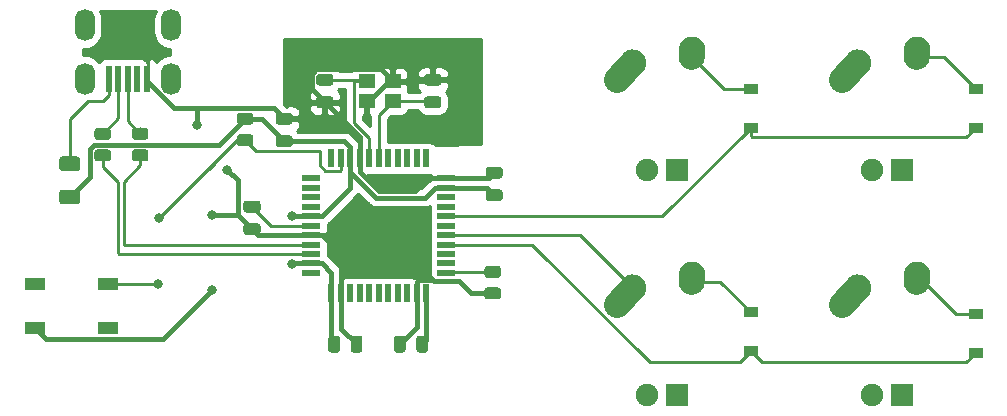
<source format=gbl>
%TF.GenerationSoftware,KiCad,Pcbnew,(5.1.8)-1*%
%TF.CreationDate,2020-12-11T14:55:26-05:00*%
%TF.ProjectId,kevins-pcb-numpad,6b657669-6e73-42d7-9063-622d6e756d70,rev?*%
%TF.SameCoordinates,Original*%
%TF.FileFunction,Copper,L2,Bot*%
%TF.FilePolarity,Positive*%
%FSLAX46Y46*%
G04 Gerber Fmt 4.6, Leading zero omitted, Abs format (unit mm)*
G04 Created by KiCad (PCBNEW (5.1.8)-1) date 2020-12-11 14:55:26*
%MOMM*%
%LPD*%
G01*
G04 APERTURE LIST*
%TA.AperFunction,SMDPad,CuDef*%
%ADD10R,1.800000X1.100000*%
%TD*%
%TA.AperFunction,SMDPad,CuDef*%
%ADD11R,1.400000X1.200000*%
%TD*%
%TA.AperFunction,ComponentPad*%
%ADD12O,1.700000X2.700000*%
%TD*%
%TA.AperFunction,SMDPad,CuDef*%
%ADD13R,0.500000X2.250000*%
%TD*%
%TA.AperFunction,SMDPad,CuDef*%
%ADD14R,0.550000X1.500000*%
%TD*%
%TA.AperFunction,SMDPad,CuDef*%
%ADD15R,1.500000X0.550000*%
%TD*%
%TA.AperFunction,ComponentPad*%
%ADD16R,1.905000X1.905000*%
%TD*%
%TA.AperFunction,ComponentPad*%
%ADD17C,1.905000*%
%TD*%
%TA.AperFunction,ComponentPad*%
%ADD18C,2.250000*%
%TD*%
%TA.AperFunction,SMDPad,CuDef*%
%ADD19R,1.200000X0.900000*%
%TD*%
%TA.AperFunction,ViaPad*%
%ADD20C,0.800000*%
%TD*%
%TA.AperFunction,Conductor*%
%ADD21C,0.381000*%
%TD*%
%TA.AperFunction,Conductor*%
%ADD22C,0.254000*%
%TD*%
%TA.AperFunction,Conductor*%
%ADD23C,0.100000*%
%TD*%
G04 APERTURE END LIST*
D10*
%TO.P,SW1,4*%
%TO.N,N/C*%
X41962000Y-107387000D03*
%TO.P,SW1,3*%
X35762000Y-103687000D03*
%TO.P,SW1,2*%
%TO.N,Net-(R3-Pad2)*%
X41962000Y-103687000D03*
%TO.P,SW1,1*%
%TO.N,GND*%
X35762000Y-107387000D03*
%TD*%
D11*
%TO.P,Y1,4*%
%TO.N,GND*%
X66071750Y-86487000D03*
%TO.P,Y1,3*%
%TO.N,Net-(C4-Pad1)*%
X63871750Y-86487000D03*
%TO.P,Y1,2*%
%TO.N,GND*%
X63871750Y-88187000D03*
%TO.P,Y1,1*%
%TO.N,Net-(C3-Pad1)*%
X66071750Y-88187000D03*
%TD*%
D12*
%TO.P,USB1,6*%
%TO.N,Net-(USB1-Pad6)*%
X40006250Y-81756250D03*
X47306250Y-81756250D03*
X47306250Y-86256250D03*
X40006250Y-86256250D03*
D13*
%TO.P,USB1,5*%
%TO.N,VCC*%
X42056250Y-86256250D03*
%TO.P,USB1,4*%
%TO.N,D-*%
X42856250Y-86256250D03*
%TO.P,USB1,3*%
%TO.N,D+*%
X43656250Y-86256250D03*
%TO.P,USB1,2*%
%TO.N,Net-(USB1-Pad2)*%
X44456250Y-86256250D03*
%TO.P,USB1,1*%
%TO.N,GND*%
X45256250Y-86256250D03*
%TD*%
D14*
%TO.P,U1,44*%
%TO.N,+5V*%
X60897000Y-104410750D03*
%TO.P,U1,43*%
%TO.N,GND*%
X61697000Y-104410750D03*
%TO.P,U1,42*%
%TO.N,Net-(U1-Pad42)*%
X62497000Y-104410750D03*
%TO.P,U1,41*%
%TO.N,Net-(U1-Pad41)*%
X63297000Y-104410750D03*
%TO.P,U1,40*%
%TO.N,Net-(U1-Pad40)*%
X64097000Y-104410750D03*
%TO.P,U1,39*%
%TO.N,Net-(U1-Pad39)*%
X64897000Y-104410750D03*
%TO.P,U1,38*%
%TO.N,Net-(U1-Pad38)*%
X65697000Y-104410750D03*
%TO.P,U1,37*%
%TO.N,Net-(U1-Pad37)*%
X66497000Y-104410750D03*
%TO.P,U1,36*%
%TO.N,Net-(U1-Pad36)*%
X67297000Y-104410750D03*
%TO.P,U1,35*%
%TO.N,GND*%
X68097000Y-104410750D03*
%TO.P,U1,34*%
%TO.N,+5V*%
X68897000Y-104410750D03*
D15*
%TO.P,U1,33*%
%TO.N,Net-(R4-Pad2)*%
X70597000Y-102710750D03*
%TO.P,U1,32*%
%TO.N,Net-(U1-Pad32)*%
X70597000Y-101910750D03*
%TO.P,U1,31*%
%TO.N,Net-(U1-Pad31)*%
X70597000Y-101110750D03*
%TO.P,U1,30*%
%TO.N,ROW1*%
X70597000Y-100310750D03*
%TO.P,U1,29*%
%TO.N,COL0*%
X70597000Y-99510750D03*
%TO.P,U1,28*%
%TO.N,COL1*%
X70597000Y-98710750D03*
%TO.P,U1,27*%
%TO.N,ROW0*%
X70597000Y-97910750D03*
%TO.P,U1,26*%
%TO.N,Net-(U1-Pad26)*%
X70597000Y-97110750D03*
%TO.P,U1,25*%
%TO.N,Net-(U1-Pad25)*%
X70597000Y-96310750D03*
%TO.P,U1,24*%
%TO.N,+5V*%
X70597000Y-95510750D03*
%TO.P,U1,23*%
%TO.N,GND*%
X70597000Y-94710750D03*
D14*
%TO.P,U1,22*%
%TO.N,Net-(U1-Pad22)*%
X68897000Y-93010750D03*
%TO.P,U1,21*%
%TO.N,Net-(U1-Pad21)*%
X68097000Y-93010750D03*
%TO.P,U1,20*%
%TO.N,Net-(U1-Pad20)*%
X67297000Y-93010750D03*
%TO.P,U1,19*%
%TO.N,Net-(U1-Pad19)*%
X66497000Y-93010750D03*
%TO.P,U1,18*%
%TO.N,Net-(U1-Pad18)*%
X65697000Y-93010750D03*
%TO.P,U1,17*%
%TO.N,Net-(C3-Pad1)*%
X64897000Y-93010750D03*
%TO.P,U1,16*%
%TO.N,Net-(C4-Pad1)*%
X64097000Y-93010750D03*
%TO.P,U1,15*%
%TO.N,GND*%
X63297000Y-93010750D03*
%TO.P,U1,14*%
%TO.N,+5V*%
X62497000Y-93010750D03*
%TO.P,U1,13*%
%TO.N,Net-(R3-Pad2)*%
X61697000Y-93010750D03*
%TO.P,U1,12*%
%TO.N,Net-(U1-Pad12)*%
X60897000Y-93010750D03*
D15*
%TO.P,U1,11*%
%TO.N,Net-(U1-Pad11)*%
X59197000Y-94710750D03*
%TO.P,U1,10*%
%TO.N,Net-(U1-Pad10)*%
X59197000Y-95510750D03*
%TO.P,U1,9*%
%TO.N,Net-(U1-Pad9)*%
X59197000Y-96310750D03*
%TO.P,U1,8*%
%TO.N,Net-(U1-Pad8)*%
X59197000Y-97110750D03*
%TO.P,U1,7*%
%TO.N,+5V*%
X59197000Y-97910750D03*
%TO.P,U1,6*%
%TO.N,Net-(C6-Pad1)*%
X59197000Y-98710750D03*
%TO.P,U1,5*%
%TO.N,GND*%
X59197000Y-99510750D03*
%TO.P,U1,4*%
%TO.N,Net-(R2-Pad1)*%
X59197000Y-100310750D03*
%TO.P,U1,3*%
%TO.N,Net-(R1-Pad1)*%
X59197000Y-101110750D03*
%TO.P,U1,2*%
%TO.N,+5V*%
X59197000Y-101910750D03*
%TO.P,U1,1*%
%TO.N,Net-(U1-Pad1)*%
X59197000Y-102710750D03*
%TD*%
%TO.P,R4,2*%
%TO.N,Net-(R4-Pad2)*%
%TA.AperFunction,SMDPad,CuDef*%
G36*
G01*
X74999001Y-103128500D02*
X74098999Y-103128500D01*
G75*
G02*
X73849000Y-102878501I0J249999D01*
G01*
X73849000Y-102353499D01*
G75*
G02*
X74098999Y-102103500I249999J0D01*
G01*
X74999001Y-102103500D01*
G75*
G02*
X75249000Y-102353499I0J-249999D01*
G01*
X75249000Y-102878501D01*
G75*
G02*
X74999001Y-103128500I-249999J0D01*
G01*
G37*
%TD.AperFunction*%
%TO.P,R4,1*%
%TO.N,GND*%
%TA.AperFunction,SMDPad,CuDef*%
G36*
G01*
X74999001Y-104953500D02*
X74098999Y-104953500D01*
G75*
G02*
X73849000Y-104703501I0J249999D01*
G01*
X73849000Y-104178499D01*
G75*
G02*
X74098999Y-103928500I249999J0D01*
G01*
X74999001Y-103928500D01*
G75*
G02*
X75249000Y-104178499I0J-249999D01*
G01*
X75249000Y-104703501D01*
G75*
G02*
X74999001Y-104953500I-249999J0D01*
G01*
G37*
%TD.AperFunction*%
%TD*%
%TO.P,R3,1*%
%TO.N,+5V*%
%TA.AperFunction,SMDPad,CuDef*%
G36*
G01*
X53143999Y-89149500D02*
X54044001Y-89149500D01*
G75*
G02*
X54294000Y-89399499I0J-249999D01*
G01*
X54294000Y-89924501D01*
G75*
G02*
X54044001Y-90174500I-249999J0D01*
G01*
X53143999Y-90174500D01*
G75*
G02*
X52894000Y-89924501I0J249999D01*
G01*
X52894000Y-89399499D01*
G75*
G02*
X53143999Y-89149500I249999J0D01*
G01*
G37*
%TD.AperFunction*%
%TO.P,R3,2*%
%TO.N,Net-(R3-Pad2)*%
%TA.AperFunction,SMDPad,CuDef*%
G36*
G01*
X53143999Y-90974500D02*
X54044001Y-90974500D01*
G75*
G02*
X54294000Y-91224499I0J-249999D01*
G01*
X54294000Y-91749501D01*
G75*
G02*
X54044001Y-91999500I-249999J0D01*
G01*
X53143999Y-91999500D01*
G75*
G02*
X52894000Y-91749501I0J249999D01*
G01*
X52894000Y-91224499D01*
G75*
G02*
X53143999Y-90974500I249999J0D01*
G01*
G37*
%TD.AperFunction*%
%TD*%
%TO.P,R2,2*%
%TO.N,D+*%
%TA.AperFunction,SMDPad,CuDef*%
G36*
G01*
X45154001Y-91444500D02*
X44253999Y-91444500D01*
G75*
G02*
X44004000Y-91194501I0J249999D01*
G01*
X44004000Y-90669499D01*
G75*
G02*
X44253999Y-90419500I249999J0D01*
G01*
X45154001Y-90419500D01*
G75*
G02*
X45404000Y-90669499I0J-249999D01*
G01*
X45404000Y-91194501D01*
G75*
G02*
X45154001Y-91444500I-249999J0D01*
G01*
G37*
%TD.AperFunction*%
%TO.P,R2,1*%
%TO.N,Net-(R2-Pad1)*%
%TA.AperFunction,SMDPad,CuDef*%
G36*
G01*
X45154001Y-93269500D02*
X44253999Y-93269500D01*
G75*
G02*
X44004000Y-93019501I0J249999D01*
G01*
X44004000Y-92494499D01*
G75*
G02*
X44253999Y-92244500I249999J0D01*
G01*
X45154001Y-92244500D01*
G75*
G02*
X45404000Y-92494499I0J-249999D01*
G01*
X45404000Y-93019501D01*
G75*
G02*
X45154001Y-93269500I-249999J0D01*
G01*
G37*
%TD.AperFunction*%
%TD*%
%TO.P,R1,2*%
%TO.N,D-*%
%TA.AperFunction,SMDPad,CuDef*%
G36*
G01*
X41979001Y-91444500D02*
X41078999Y-91444500D01*
G75*
G02*
X40829000Y-91194501I0J249999D01*
G01*
X40829000Y-90669499D01*
G75*
G02*
X41078999Y-90419500I249999J0D01*
G01*
X41979001Y-90419500D01*
G75*
G02*
X42229000Y-90669499I0J-249999D01*
G01*
X42229000Y-91194501D01*
G75*
G02*
X41979001Y-91444500I-249999J0D01*
G01*
G37*
%TD.AperFunction*%
%TO.P,R1,1*%
%TO.N,Net-(R1-Pad1)*%
%TA.AperFunction,SMDPad,CuDef*%
G36*
G01*
X41979001Y-93269500D02*
X41078999Y-93269500D01*
G75*
G02*
X40829000Y-93019501I0J249999D01*
G01*
X40829000Y-92494499D01*
G75*
G02*
X41078999Y-92244500I249999J0D01*
G01*
X41979001Y-92244500D01*
G75*
G02*
X42229000Y-92494499I0J-249999D01*
G01*
X42229000Y-93019501D01*
G75*
G02*
X41979001Y-93269500I-249999J0D01*
G01*
G37*
%TD.AperFunction*%
%TD*%
D16*
%TO.P,MX4,4*%
%TO.N,N/C*%
X109220000Y-113030000D03*
D17*
%TO.P,MX4,3*%
X106680000Y-113030000D03*
D18*
%TO.P,MX4,1*%
%TO.N,COL1*%
X105450000Y-103950000D03*
%TA.AperFunction,ComponentPad*%
G36*
G01*
X103388688Y-106247350D02*
X103388683Y-106247345D01*
G75*
G02*
X103302655Y-104658683I751317J837345D01*
G01*
X104612657Y-103198683D01*
G75*
G02*
X106201319Y-103112655I837345J-751317D01*
G01*
X106201319Y-103112655D01*
G75*
G02*
X106287347Y-104701317I-751317J-837345D01*
G01*
X104977345Y-106161317D01*
G75*
G02*
X103388683Y-106247345I-837345J751317D01*
G01*
G37*
%TD.AperFunction*%
%TO.P,MX4,2*%
%TO.N,Net-(D4-Pad2)*%
X110490000Y-102870000D03*
%TA.AperFunction,ComponentPad*%
G36*
G01*
X110373483Y-104572395D02*
X110372597Y-104572334D01*
G75*
G02*
X109327666Y-103372597I77403J1122334D01*
G01*
X109367666Y-102792597D01*
G75*
G02*
X110567403Y-101747666I1122334J-77403D01*
G01*
X110567403Y-101747666D01*
G75*
G02*
X111612334Y-102947403I-77403J-1122334D01*
G01*
X111572334Y-103527403D01*
G75*
G02*
X110372597Y-104572334I-1122334J77403D01*
G01*
G37*
%TD.AperFunction*%
%TD*%
%TO.P,MX3,2*%
%TO.N,Net-(D3-Pad2)*%
%TA.AperFunction,ComponentPad*%
G36*
G01*
X110373483Y-85522395D02*
X110372597Y-85522334D01*
G75*
G02*
X109327666Y-84322597I77403J1122334D01*
G01*
X109367666Y-83742597D01*
G75*
G02*
X110567403Y-82697666I1122334J-77403D01*
G01*
X110567403Y-82697666D01*
G75*
G02*
X111612334Y-83897403I-77403J-1122334D01*
G01*
X111572334Y-84477403D01*
G75*
G02*
X110372597Y-85522334I-1122334J77403D01*
G01*
G37*
%TD.AperFunction*%
X110490000Y-83820000D03*
%TO.P,MX3,1*%
%TO.N,COL1*%
%TA.AperFunction,ComponentPad*%
G36*
G01*
X103388688Y-87197350D02*
X103388683Y-87197345D01*
G75*
G02*
X103302655Y-85608683I751317J837345D01*
G01*
X104612657Y-84148683D01*
G75*
G02*
X106201319Y-84062655I837345J-751317D01*
G01*
X106201319Y-84062655D01*
G75*
G02*
X106287347Y-85651317I-751317J-837345D01*
G01*
X104977345Y-87111317D01*
G75*
G02*
X103388683Y-87197345I-837345J751317D01*
G01*
G37*
%TD.AperFunction*%
X105450000Y-84900000D03*
D17*
%TO.P,MX3,3*%
%TO.N,N/C*%
X106680000Y-93980000D03*
D16*
%TO.P,MX3,4*%
X109220000Y-93980000D03*
%TD*%
%TO.P,MX2,4*%
%TO.N,N/C*%
X90170000Y-113030000D03*
D17*
%TO.P,MX2,3*%
X87630000Y-113030000D03*
D18*
%TO.P,MX2,1*%
%TO.N,COL0*%
X86400000Y-103950000D03*
%TA.AperFunction,ComponentPad*%
G36*
G01*
X84338688Y-106247350D02*
X84338683Y-106247345D01*
G75*
G02*
X84252655Y-104658683I751317J837345D01*
G01*
X85562657Y-103198683D01*
G75*
G02*
X87151319Y-103112655I837345J-751317D01*
G01*
X87151319Y-103112655D01*
G75*
G02*
X87237347Y-104701317I-751317J-837345D01*
G01*
X85927345Y-106161317D01*
G75*
G02*
X84338683Y-106247345I-837345J751317D01*
G01*
G37*
%TD.AperFunction*%
%TO.P,MX2,2*%
%TO.N,Net-(D2-Pad2)*%
X91440000Y-102870000D03*
%TA.AperFunction,ComponentPad*%
G36*
G01*
X91323483Y-104572395D02*
X91322597Y-104572334D01*
G75*
G02*
X90277666Y-103372597I77403J1122334D01*
G01*
X90317666Y-102792597D01*
G75*
G02*
X91517403Y-101747666I1122334J-77403D01*
G01*
X91517403Y-101747666D01*
G75*
G02*
X92562334Y-102947403I-77403J-1122334D01*
G01*
X92522334Y-103527403D01*
G75*
G02*
X91322597Y-104572334I-1122334J77403D01*
G01*
G37*
%TD.AperFunction*%
%TD*%
D16*
%TO.P,MX1,4*%
%TO.N,N/C*%
X90170000Y-93980000D03*
D17*
%TO.P,MX1,3*%
X87630000Y-93980000D03*
D18*
%TO.P,MX1,1*%
%TO.N,COL0*%
X86400000Y-84900000D03*
%TA.AperFunction,ComponentPad*%
G36*
G01*
X84338688Y-87197350D02*
X84338683Y-87197345D01*
G75*
G02*
X84252655Y-85608683I751317J837345D01*
G01*
X85562657Y-84148683D01*
G75*
G02*
X87151319Y-84062655I837345J-751317D01*
G01*
X87151319Y-84062655D01*
G75*
G02*
X87237347Y-85651317I-751317J-837345D01*
G01*
X85927345Y-87111317D01*
G75*
G02*
X84338683Y-87197345I-837345J751317D01*
G01*
G37*
%TD.AperFunction*%
%TO.P,MX1,2*%
%TO.N,Net-(D1-Pad2)*%
X91440000Y-83820000D03*
%TA.AperFunction,ComponentPad*%
G36*
G01*
X91323483Y-85522395D02*
X91322597Y-85522334D01*
G75*
G02*
X90277666Y-84322597I77403J1122334D01*
G01*
X90317666Y-83742597D01*
G75*
G02*
X91517403Y-82697666I1122334J-77403D01*
G01*
X91517403Y-82697666D01*
G75*
G02*
X92562334Y-83897403I-77403J-1122334D01*
G01*
X92522334Y-84477403D01*
G75*
G02*
X91322597Y-85522334I-1122334J77403D01*
G01*
G37*
%TD.AperFunction*%
%TD*%
%TO.P,F1,2*%
%TO.N,VCC*%
%TA.AperFunction,SMDPad,CuDef*%
G36*
G01*
X39360000Y-94097000D02*
X38110000Y-94097000D01*
G75*
G02*
X37860000Y-93847000I0J250000D01*
G01*
X37860000Y-93097000D01*
G75*
G02*
X38110000Y-92847000I250000J0D01*
G01*
X39360000Y-92847000D01*
G75*
G02*
X39610000Y-93097000I0J-250000D01*
G01*
X39610000Y-93847000D01*
G75*
G02*
X39360000Y-94097000I-250000J0D01*
G01*
G37*
%TD.AperFunction*%
%TO.P,F1,1*%
%TO.N,+5V*%
%TA.AperFunction,SMDPad,CuDef*%
G36*
G01*
X39360000Y-96897000D02*
X38110000Y-96897000D01*
G75*
G02*
X37860000Y-96647000I0J250000D01*
G01*
X37860000Y-95897000D01*
G75*
G02*
X38110000Y-95647000I250000J0D01*
G01*
X39360000Y-95647000D01*
G75*
G02*
X39610000Y-95897000I0J-250000D01*
G01*
X39610000Y-96647000D01*
G75*
G02*
X39360000Y-96897000I-250000J0D01*
G01*
G37*
%TD.AperFunction*%
%TD*%
D19*
%TO.P,D4,2*%
%TO.N,Net-(D4-Pad2)*%
X115443000Y-106172000D03*
%TO.P,D4,1*%
%TO.N,ROW1*%
X115443000Y-109472000D03*
%TD*%
%TO.P,D3,2*%
%TO.N,Net-(D3-Pad2)*%
X115443000Y-87122000D03*
%TO.P,D3,1*%
%TO.N,ROW0*%
X115443000Y-90422000D03*
%TD*%
%TO.P,D2,2*%
%TO.N,Net-(D2-Pad2)*%
X96393000Y-106045000D03*
%TO.P,D2,1*%
%TO.N,ROW1*%
X96393000Y-109345000D03*
%TD*%
%TO.P,D1,2*%
%TO.N,Net-(D1-Pad2)*%
X96393000Y-87122000D03*
%TO.P,D1,1*%
%TO.N,ROW0*%
X96393000Y-90422000D03*
%TD*%
%TO.P,C7,2*%
%TO.N,GND*%
%TA.AperFunction,SMDPad,CuDef*%
G36*
G01*
X62518750Y-109218750D02*
X62518750Y-108268750D01*
G75*
G02*
X62768750Y-108018750I250000J0D01*
G01*
X63268750Y-108018750D01*
G75*
G02*
X63518750Y-108268750I0J-250000D01*
G01*
X63518750Y-109218750D01*
G75*
G02*
X63268750Y-109468750I-250000J0D01*
G01*
X62768750Y-109468750D01*
G75*
G02*
X62518750Y-109218750I0J250000D01*
G01*
G37*
%TD.AperFunction*%
%TO.P,C7,1*%
%TO.N,+5V*%
%TA.AperFunction,SMDPad,CuDef*%
G36*
G01*
X60618750Y-109218750D02*
X60618750Y-108268750D01*
G75*
G02*
X60868750Y-108018750I250000J0D01*
G01*
X61368750Y-108018750D01*
G75*
G02*
X61618750Y-108268750I0J-250000D01*
G01*
X61618750Y-109218750D01*
G75*
G02*
X61368750Y-109468750I-250000J0D01*
G01*
X60868750Y-109468750D01*
G75*
G02*
X60618750Y-109218750I0J250000D01*
G01*
G37*
%TD.AperFunction*%
%TD*%
%TO.P,C6,2*%
%TO.N,GND*%
%TA.AperFunction,SMDPad,CuDef*%
G36*
G01*
X53693000Y-98494000D02*
X54643000Y-98494000D01*
G75*
G02*
X54893000Y-98744000I0J-250000D01*
G01*
X54893000Y-99244000D01*
G75*
G02*
X54643000Y-99494000I-250000J0D01*
G01*
X53693000Y-99494000D01*
G75*
G02*
X53443000Y-99244000I0J250000D01*
G01*
X53443000Y-98744000D01*
G75*
G02*
X53693000Y-98494000I250000J0D01*
G01*
G37*
%TD.AperFunction*%
%TO.P,C6,1*%
%TO.N,Net-(C6-Pad1)*%
%TA.AperFunction,SMDPad,CuDef*%
G36*
G01*
X53693000Y-96594000D02*
X54643000Y-96594000D01*
G75*
G02*
X54893000Y-96844000I0J-250000D01*
G01*
X54893000Y-97344000D01*
G75*
G02*
X54643000Y-97594000I-250000J0D01*
G01*
X53693000Y-97594000D01*
G75*
G02*
X53443000Y-97344000I0J250000D01*
G01*
X53443000Y-96844000D01*
G75*
G02*
X53693000Y-96594000I250000J0D01*
G01*
G37*
%TD.AperFunction*%
%TD*%
%TO.P,C5,2*%
%TO.N,GND*%
%TA.AperFunction,SMDPad,CuDef*%
G36*
G01*
X75151000Y-94734000D02*
X74201000Y-94734000D01*
G75*
G02*
X73951000Y-94484000I0J250000D01*
G01*
X73951000Y-93984000D01*
G75*
G02*
X74201000Y-93734000I250000J0D01*
G01*
X75151000Y-93734000D01*
G75*
G02*
X75401000Y-93984000I0J-250000D01*
G01*
X75401000Y-94484000D01*
G75*
G02*
X75151000Y-94734000I-250000J0D01*
G01*
G37*
%TD.AperFunction*%
%TO.P,C5,1*%
%TO.N,+5V*%
%TA.AperFunction,SMDPad,CuDef*%
G36*
G01*
X75151000Y-96634000D02*
X74201000Y-96634000D01*
G75*
G02*
X73951000Y-96384000I0J250000D01*
G01*
X73951000Y-95884000D01*
G75*
G02*
X74201000Y-95634000I250000J0D01*
G01*
X75151000Y-95634000D01*
G75*
G02*
X75401000Y-95884000I0J-250000D01*
G01*
X75401000Y-96384000D01*
G75*
G02*
X75151000Y-96634000I-250000J0D01*
G01*
G37*
%TD.AperFunction*%
%TD*%
%TO.P,C4,2*%
%TO.N,GND*%
%TA.AperFunction,SMDPad,CuDef*%
G36*
G01*
X59850000Y-87760000D02*
X60800000Y-87760000D01*
G75*
G02*
X61050000Y-88010000I0J-250000D01*
G01*
X61050000Y-88510000D01*
G75*
G02*
X60800000Y-88760000I-250000J0D01*
G01*
X59850000Y-88760000D01*
G75*
G02*
X59600000Y-88510000I0J250000D01*
G01*
X59600000Y-88010000D01*
G75*
G02*
X59850000Y-87760000I250000J0D01*
G01*
G37*
%TD.AperFunction*%
%TO.P,C4,1*%
%TO.N,Net-(C4-Pad1)*%
%TA.AperFunction,SMDPad,CuDef*%
G36*
G01*
X59850000Y-85860000D02*
X60800000Y-85860000D01*
G75*
G02*
X61050000Y-86110000I0J-250000D01*
G01*
X61050000Y-86610000D01*
G75*
G02*
X60800000Y-86860000I-250000J0D01*
G01*
X59850000Y-86860000D01*
G75*
G02*
X59600000Y-86610000I0J250000D01*
G01*
X59600000Y-86110000D01*
G75*
G02*
X59850000Y-85860000I250000J0D01*
G01*
G37*
%TD.AperFunction*%
%TD*%
%TO.P,C3,2*%
%TO.N,GND*%
%TA.AperFunction,SMDPad,CuDef*%
G36*
G01*
X69944000Y-86860000D02*
X68994000Y-86860000D01*
G75*
G02*
X68744000Y-86610000I0J250000D01*
G01*
X68744000Y-86110000D01*
G75*
G02*
X68994000Y-85860000I250000J0D01*
G01*
X69944000Y-85860000D01*
G75*
G02*
X70194000Y-86110000I0J-250000D01*
G01*
X70194000Y-86610000D01*
G75*
G02*
X69944000Y-86860000I-250000J0D01*
G01*
G37*
%TD.AperFunction*%
%TO.P,C3,1*%
%TO.N,Net-(C3-Pad1)*%
%TA.AperFunction,SMDPad,CuDef*%
G36*
G01*
X69944000Y-88760000D02*
X68994000Y-88760000D01*
G75*
G02*
X68744000Y-88510000I0J250000D01*
G01*
X68744000Y-88010000D01*
G75*
G02*
X68994000Y-87760000I250000J0D01*
G01*
X69944000Y-87760000D01*
G75*
G02*
X70194000Y-88010000I0J-250000D01*
G01*
X70194000Y-88510000D01*
G75*
G02*
X69944000Y-88760000I-250000J0D01*
G01*
G37*
%TD.AperFunction*%
%TD*%
%TO.P,C2,2*%
%TO.N,GND*%
%TA.AperFunction,SMDPad,CuDef*%
G36*
G01*
X67175000Y-108268750D02*
X67175000Y-109218750D01*
G75*
G02*
X66925000Y-109468750I-250000J0D01*
G01*
X66425000Y-109468750D01*
G75*
G02*
X66175000Y-109218750I0J250000D01*
G01*
X66175000Y-108268750D01*
G75*
G02*
X66425000Y-108018750I250000J0D01*
G01*
X66925000Y-108018750D01*
G75*
G02*
X67175000Y-108268750I0J-250000D01*
G01*
G37*
%TD.AperFunction*%
%TO.P,C2,1*%
%TO.N,+5V*%
%TA.AperFunction,SMDPad,CuDef*%
G36*
G01*
X69075000Y-108268750D02*
X69075000Y-109218750D01*
G75*
G02*
X68825000Y-109468750I-250000J0D01*
G01*
X68325000Y-109468750D01*
G75*
G02*
X68075000Y-109218750I0J250000D01*
G01*
X68075000Y-108268750D01*
G75*
G02*
X68325000Y-108018750I250000J0D01*
G01*
X68825000Y-108018750D01*
G75*
G02*
X69075000Y-108268750I0J-250000D01*
G01*
G37*
%TD.AperFunction*%
%TD*%
%TO.P,C1,2*%
%TO.N,GND*%
%TA.AperFunction,SMDPad,CuDef*%
G36*
G01*
X57371000Y-90162000D02*
X56421000Y-90162000D01*
G75*
G02*
X56171000Y-89912000I0J250000D01*
G01*
X56171000Y-89412000D01*
G75*
G02*
X56421000Y-89162000I250000J0D01*
G01*
X57371000Y-89162000D01*
G75*
G02*
X57621000Y-89412000I0J-250000D01*
G01*
X57621000Y-89912000D01*
G75*
G02*
X57371000Y-90162000I-250000J0D01*
G01*
G37*
%TD.AperFunction*%
%TO.P,C1,1*%
%TO.N,+5V*%
%TA.AperFunction,SMDPad,CuDef*%
G36*
G01*
X57371000Y-92062000D02*
X56421000Y-92062000D01*
G75*
G02*
X56171000Y-91812000I0J250000D01*
G01*
X56171000Y-91312000D01*
G75*
G02*
X56421000Y-91062000I250000J0D01*
G01*
X57371000Y-91062000D01*
G75*
G02*
X57621000Y-91312000I0J-250000D01*
G01*
X57621000Y-91812000D01*
G75*
G02*
X57371000Y-92062000I-250000J0D01*
G01*
G37*
%TD.AperFunction*%
%TD*%
D20*
%TO.N,GND*%
X50800000Y-104140000D03*
X50800000Y-97790000D03*
X52070000Y-93980000D03*
X49530000Y-90170000D03*
%TO.N,+5V*%
X57531000Y-101981000D03*
X57537250Y-97910750D03*
%TO.N,Net-(R3-Pad2)*%
X46228000Y-103632000D03*
X46282500Y-98098500D03*
%TD*%
D21*
%TO.N,GND*%
X69342000Y-86487000D02*
X69469000Y-86360000D01*
X66071750Y-86487000D02*
X69342000Y-86487000D01*
X59209490Y-87144490D02*
X60325000Y-88260000D01*
X59209490Y-85844690D02*
X59209490Y-87144490D01*
X59584690Y-85469490D02*
X59209490Y-85844690D01*
X65054240Y-85469490D02*
X59584690Y-85469490D01*
X66071750Y-86487000D02*
X65054240Y-85469490D01*
X64068848Y-88187000D02*
X63871750Y-88187000D01*
X65768848Y-86487000D02*
X64068848Y-88187000D01*
X66071750Y-86487000D02*
X65768848Y-86487000D01*
X63297000Y-91232000D02*
X63297000Y-93010750D01*
X61595000Y-89662000D02*
X61661000Y-89596000D01*
X61661000Y-89596000D02*
X63297000Y-91232000D01*
X60325000Y-88260000D02*
X61661000Y-89596000D01*
X61727000Y-89662000D02*
X63297000Y-91232000D01*
X61595000Y-89662000D02*
X61727000Y-89662000D01*
X70597000Y-94710750D02*
X74199250Y-94710750D01*
X54684750Y-99510750D02*
X59197000Y-99510750D01*
X54168000Y-98994000D02*
X54684750Y-99510750D01*
X74199250Y-94710750D02*
X74676000Y-94234000D01*
X60876152Y-89662000D02*
X61595000Y-89662000D01*
X56896000Y-89662000D02*
X60876152Y-89662000D01*
X61697000Y-107422000D02*
X61697000Y-104410750D01*
X63018750Y-108743750D02*
X61697000Y-107422000D01*
X68097000Y-107321750D02*
X68097000Y-104410750D01*
X66675000Y-108743750D02*
X68097000Y-107321750D01*
X60124902Y-99510750D02*
X59197000Y-99510750D01*
X61697000Y-101082848D02*
X60124902Y-99510750D01*
X61697000Y-104410750D02*
X61697000Y-101082848D01*
X55992990Y-88758990D02*
X56896000Y-89662000D01*
X63297000Y-94141750D02*
X64913250Y-95758000D01*
X63297000Y-93010750D02*
X63297000Y-94141750D01*
X64913250Y-95758000D02*
X67945000Y-95758000D01*
X68992250Y-94710750D02*
X70597000Y-94710750D01*
X67945000Y-95758000D02*
X68992250Y-94710750D01*
X65724902Y-99510750D02*
X59197000Y-99510750D01*
X69592152Y-103378000D02*
X65724902Y-99510750D01*
X71657652Y-103378000D02*
X69592152Y-103378000D01*
X68309599Y-103270249D02*
X69484401Y-103270249D01*
X68097000Y-103482848D02*
X68309599Y-103270249D01*
X69484401Y-103270249D02*
X69592152Y-103378000D01*
X68097000Y-104410750D02*
X68097000Y-103482848D01*
X72720652Y-104441000D02*
X71657652Y-103378000D01*
X74549000Y-104441000D02*
X72720652Y-104441000D01*
X54168000Y-98994000D02*
X53052490Y-97878490D01*
X46612499Y-108327501D02*
X50800000Y-104140000D01*
X36702501Y-108327501D02*
X46612499Y-108327501D01*
X35762000Y-107387000D02*
X36702501Y-108327501D01*
X52964000Y-97790000D02*
X53052490Y-97878490D01*
X50800000Y-97790000D02*
X52964000Y-97790000D01*
X52964000Y-94874000D02*
X52070000Y-93980000D01*
X52964000Y-97790000D02*
X52964000Y-94874000D01*
X49530000Y-88773000D02*
X49544010Y-88758990D01*
X49530000Y-90170000D02*
X49530000Y-88773000D01*
X49544010Y-88758990D02*
X55992990Y-88758990D01*
X47554644Y-88758990D02*
X49544010Y-88758990D01*
X45256250Y-86256250D02*
X45256250Y-86460596D01*
X45256250Y-86460596D02*
X47554644Y-88758990D01*
%TO.N,+5V*%
X74052750Y-95510750D02*
X70597000Y-95510750D01*
X74676000Y-96134000D02*
X74052750Y-95510750D01*
X62497000Y-92082848D02*
X62497000Y-93010750D01*
X61976152Y-91562000D02*
X62497000Y-92082848D01*
X56896000Y-91562000D02*
X61976152Y-91562000D01*
X60897000Y-108522000D02*
X60897000Y-104410750D01*
X61118750Y-108743750D02*
X60897000Y-108522000D01*
X68897000Y-108421750D02*
X68575000Y-108743750D01*
X68897000Y-104410750D02*
X68897000Y-108421750D01*
X60124902Y-101910750D02*
X59197000Y-101910750D01*
X60897000Y-102682848D02*
X60124902Y-101910750D01*
X60897000Y-104410750D02*
X60897000Y-102682848D01*
X59197000Y-97910750D02*
X57537250Y-97910750D01*
X54996000Y-89662000D02*
X56896000Y-91562000D01*
X53594000Y-89662000D02*
X54996000Y-89662000D01*
X57601250Y-101910750D02*
X57531000Y-101981000D01*
X59197000Y-101910750D02*
X57601250Y-101910750D01*
X68840838Y-96339010D02*
X69669098Y-95510750D01*
X64672588Y-96339010D02*
X68840838Y-96339010D01*
X62497000Y-94163422D02*
X64672588Y-96339010D01*
X69669098Y-95510750D02*
X70597000Y-95510750D01*
X62497000Y-93010750D02*
X62497000Y-94163422D01*
X60124902Y-97910750D02*
X59197000Y-97910750D01*
X62497000Y-95538652D02*
X60124902Y-97910750D01*
X62497000Y-94163422D02*
X62497000Y-95538652D01*
X51402010Y-91853990D02*
X53594000Y-89662000D01*
X40438490Y-92229190D02*
X40813690Y-91853990D01*
X40438490Y-94568510D02*
X40438490Y-92229190D01*
X40813690Y-91853990D02*
X51402010Y-91853990D01*
X38735000Y-96272000D02*
X40438490Y-94568510D01*
D22*
%TO.N,Net-(C3-Pad1)*%
X66144750Y-88260000D02*
X66071750Y-88187000D01*
X64897000Y-89361750D02*
X64897000Y-93010750D01*
X66071750Y-88187000D02*
X64897000Y-89361750D01*
X69396000Y-88187000D02*
X69469000Y-88260000D01*
X66071750Y-88187000D02*
X69396000Y-88187000D01*
%TO.N,Net-(C4-Pad1)*%
X63744750Y-86360000D02*
X63871750Y-86487000D01*
X60325000Y-86360000D02*
X63744750Y-86360000D01*
X64097000Y-92006750D02*
X64097000Y-93010750D01*
X62844749Y-90047881D02*
X64097000Y-91300132D01*
X62844749Y-86560001D02*
X62844749Y-90047881D01*
X62917750Y-86487000D02*
X62844749Y-86560001D01*
X64097000Y-91300132D02*
X64097000Y-93010750D01*
X63871750Y-86487000D02*
X62917750Y-86487000D01*
%TO.N,Net-(C6-Pad1)*%
X55784750Y-98710750D02*
X59197000Y-98710750D01*
X54168000Y-97094000D02*
X55784750Y-98710750D01*
%TO.N,Net-(D1-Pad2)*%
X94122000Y-87122000D02*
X91400000Y-84400000D01*
X96393000Y-87122000D02*
X94122000Y-87122000D01*
%TO.N,ROW0*%
X88904250Y-97910750D02*
X96393000Y-90422000D01*
X70597000Y-97910750D02*
X88904250Y-97910750D01*
X114644099Y-91220901D02*
X115443000Y-90422000D01*
X96487901Y-91220901D02*
X114644099Y-91220901D01*
X96393000Y-91126000D02*
X96487901Y-91220901D01*
X96393000Y-90422000D02*
X96393000Y-91126000D01*
%TO.N,Net-(D2-Pad2)*%
X93798000Y-103450000D02*
X96393000Y-106045000D01*
X91400000Y-103450000D02*
X93798000Y-103450000D01*
%TO.N,ROW1*%
X95467099Y-110270901D02*
X96393000Y-109345000D01*
X87854462Y-110270901D02*
X95467099Y-110270901D01*
X77894311Y-100310750D02*
X87854462Y-110270901D01*
X70597000Y-100310750D02*
X77894311Y-100310750D01*
X114644099Y-110270901D02*
X115443000Y-109472000D01*
X97318901Y-110270901D02*
X114644099Y-110270901D01*
X96393000Y-109345000D02*
X97318901Y-110270901D01*
%TO.N,Net-(D3-Pad2)*%
X112721000Y-84400000D02*
X115443000Y-87122000D01*
X110450000Y-84400000D02*
X112721000Y-84400000D01*
%TO.N,Net-(D4-Pad2)*%
X113792000Y-106172000D02*
X110490000Y-102870000D01*
X115443000Y-106172000D02*
X113792000Y-106172000D01*
%TO.N,VCC*%
X38735000Y-89692043D02*
X40289043Y-88138000D01*
X38735000Y-93472000D02*
X38735000Y-89692043D01*
X40289043Y-88138000D02*
X41529000Y-88138000D01*
X42056250Y-86370793D02*
X42056250Y-86256250D01*
X41529000Y-88138000D02*
X42056250Y-87610750D01*
X42056250Y-87610750D02*
X42056250Y-86256250D01*
%TO.N,COL0*%
X81960750Y-99510750D02*
X86400000Y-103950000D01*
X70597000Y-99510750D02*
X81960750Y-99510750D01*
%TO.N,D-*%
X41529000Y-90932000D02*
X41529000Y-90805000D01*
X41529000Y-90932000D02*
X42856250Y-89604750D01*
X42926000Y-86326000D02*
X42856250Y-86256250D01*
X42856250Y-89604750D02*
X42856250Y-86256250D01*
%TO.N,Net-(R1-Pad1)*%
X59178250Y-101092000D02*
X59197000Y-101110750D01*
X42852990Y-101018990D02*
X42926000Y-101092000D01*
X41529000Y-93726000D02*
X42852990Y-95049990D01*
X41529000Y-92757000D02*
X41529000Y-93726000D01*
X42852990Y-95049990D02*
X42852990Y-101018990D01*
X42926000Y-101092000D02*
X59178250Y-101092000D01*
%TO.N,D+*%
X44704000Y-90932000D02*
X43656250Y-89884250D01*
X44704000Y-90932000D02*
X44704000Y-90424000D01*
X43688000Y-86288000D02*
X43656250Y-86256250D01*
X43656250Y-89884250D02*
X43656250Y-86256250D01*
%TO.N,Net-(R2-Pad1)*%
X59177750Y-100330000D02*
X59197000Y-100310750D01*
X43307000Y-100330000D02*
X59177750Y-100330000D01*
X44704000Y-93599000D02*
X43307000Y-94996000D01*
X44704000Y-92757000D02*
X44704000Y-93599000D01*
X43307000Y-94996000D02*
X43307000Y-100330000D01*
%TO.N,Net-(R3-Pad2)*%
X61697000Y-93824352D02*
X61697000Y-93010750D01*
X54496010Y-92389010D02*
X59883990Y-92389010D01*
X53594000Y-91487000D02*
X54496010Y-92389010D01*
X61697000Y-94014750D02*
X61697000Y-93010750D01*
X61623999Y-94087751D02*
X61697000Y-94014750D01*
X60360399Y-94087751D02*
X61623999Y-94087751D01*
X59883990Y-93611342D02*
X60360399Y-94087751D01*
X59883990Y-92389010D02*
X59883990Y-93611342D01*
X53594000Y-91487000D02*
X52894000Y-91487000D01*
X41962000Y-103687000D02*
X46046000Y-103687000D01*
X52894000Y-91487000D02*
X46282500Y-98098500D01*
X46282500Y-98098500D02*
X51001001Y-93379999D01*
X46046000Y-103687000D02*
X46283000Y-103687000D01*
X46282500Y-98098500D02*
X46282500Y-98098500D01*
X46283000Y-103687000D02*
X46228000Y-103632000D01*
%TO.N,Net-(R4-Pad2)*%
X70691750Y-102616000D02*
X70597000Y-102710750D01*
X74549000Y-102616000D02*
X70691750Y-102616000D01*
%TD*%
%TO.N,GND*%
X73533000Y-91821952D02*
X69657266Y-91851093D01*
X69623185Y-91809565D01*
X69526494Y-91730213D01*
X69416180Y-91671248D01*
X69296482Y-91634938D01*
X69172000Y-91622678D01*
X68622000Y-91622678D01*
X68497518Y-91634938D01*
X68497000Y-91635095D01*
X68496482Y-91634938D01*
X68372000Y-91622678D01*
X67822000Y-91622678D01*
X67697518Y-91634938D01*
X67697000Y-91635095D01*
X67696482Y-91634938D01*
X67572000Y-91622678D01*
X67022000Y-91622678D01*
X66897518Y-91634938D01*
X66897000Y-91635095D01*
X66896482Y-91634938D01*
X66772000Y-91622678D01*
X66222000Y-91622678D01*
X66097518Y-91634938D01*
X66097000Y-91635095D01*
X66096482Y-91634938D01*
X65972000Y-91622678D01*
X65659000Y-91622678D01*
X65659000Y-89677380D01*
X65911308Y-89425072D01*
X66771750Y-89425072D01*
X66896232Y-89412812D01*
X67015930Y-89376502D01*
X67126244Y-89317537D01*
X67222935Y-89238185D01*
X67302287Y-89141494D01*
X67361252Y-89031180D01*
X67386181Y-88949000D01*
X68226525Y-88949000D01*
X68255595Y-89003386D01*
X68366038Y-89137962D01*
X68500614Y-89248405D01*
X68654150Y-89330472D01*
X68820746Y-89381008D01*
X68994000Y-89398072D01*
X69944000Y-89398072D01*
X70117254Y-89381008D01*
X70283850Y-89330472D01*
X70437386Y-89248405D01*
X70571962Y-89137962D01*
X70682405Y-89003386D01*
X70764472Y-88849850D01*
X70815008Y-88683254D01*
X70832072Y-88510000D01*
X70832072Y-88010000D01*
X70815008Y-87836746D01*
X70764472Y-87670150D01*
X70682405Y-87516614D01*
X70571962Y-87382038D01*
X70565406Y-87376658D01*
X70645185Y-87311185D01*
X70724537Y-87214494D01*
X70783502Y-87104180D01*
X70819812Y-86984482D01*
X70832072Y-86860000D01*
X70829000Y-86645750D01*
X70670250Y-86487000D01*
X69596000Y-86487000D01*
X69596000Y-86507000D01*
X69342000Y-86507000D01*
X69342000Y-86487000D01*
X68267750Y-86487000D01*
X68109000Y-86645750D01*
X68105928Y-86860000D01*
X68118188Y-86984482D01*
X68154498Y-87104180D01*
X68213463Y-87214494D01*
X68292815Y-87311185D01*
X68372594Y-87376658D01*
X68366038Y-87382038D01*
X68330780Y-87425000D01*
X67386181Y-87425000D01*
X67361252Y-87342820D01*
X67358141Y-87337000D01*
X67361252Y-87331180D01*
X67397562Y-87211482D01*
X67409822Y-87087000D01*
X67406750Y-86772750D01*
X67248000Y-86614000D01*
X66198750Y-86614000D01*
X66198750Y-86634000D01*
X65944750Y-86634000D01*
X65944750Y-86614000D01*
X65924750Y-86614000D01*
X65924750Y-86360000D01*
X65944750Y-86360000D01*
X65944750Y-85410750D01*
X66198750Y-85410750D01*
X66198750Y-86360000D01*
X67248000Y-86360000D01*
X67406750Y-86201250D01*
X67409822Y-85887000D01*
X67407163Y-85860000D01*
X68105928Y-85860000D01*
X68109000Y-86074250D01*
X68267750Y-86233000D01*
X69342000Y-86233000D01*
X69342000Y-85383750D01*
X69596000Y-85383750D01*
X69596000Y-86233000D01*
X70670250Y-86233000D01*
X70829000Y-86074250D01*
X70832072Y-85860000D01*
X70819812Y-85735518D01*
X70783502Y-85615820D01*
X70724537Y-85505506D01*
X70645185Y-85408815D01*
X70548494Y-85329463D01*
X70438180Y-85270498D01*
X70318482Y-85234188D01*
X70194000Y-85221928D01*
X69754750Y-85225000D01*
X69596000Y-85383750D01*
X69342000Y-85383750D01*
X69183250Y-85225000D01*
X68744000Y-85221928D01*
X68619518Y-85234188D01*
X68499820Y-85270498D01*
X68389506Y-85329463D01*
X68292815Y-85408815D01*
X68213463Y-85505506D01*
X68154498Y-85615820D01*
X68118188Y-85735518D01*
X68105928Y-85860000D01*
X67407163Y-85860000D01*
X67397562Y-85762518D01*
X67361252Y-85642820D01*
X67302287Y-85532506D01*
X67222935Y-85435815D01*
X67126244Y-85356463D01*
X67015930Y-85297498D01*
X66896232Y-85261188D01*
X66771750Y-85248928D01*
X66357500Y-85252000D01*
X66198750Y-85410750D01*
X65944750Y-85410750D01*
X65786000Y-85252000D01*
X65371750Y-85248928D01*
X65247268Y-85261188D01*
X65127570Y-85297498D01*
X65017256Y-85356463D01*
X64971750Y-85393809D01*
X64926244Y-85356463D01*
X64815930Y-85297498D01*
X64696232Y-85261188D01*
X64571750Y-85248928D01*
X63171750Y-85248928D01*
X63047268Y-85261188D01*
X62927570Y-85297498D01*
X62817256Y-85356463D01*
X62720565Y-85435815D01*
X62641213Y-85532506D01*
X62606205Y-85598000D01*
X61523129Y-85598000D01*
X61427962Y-85482038D01*
X61293386Y-85371595D01*
X61139850Y-85289528D01*
X60973254Y-85238992D01*
X60800000Y-85221928D01*
X59850000Y-85221928D01*
X59676746Y-85238992D01*
X59510150Y-85289528D01*
X59356614Y-85371595D01*
X59222038Y-85482038D01*
X59111595Y-85616614D01*
X59029528Y-85770150D01*
X58978992Y-85936746D01*
X58961928Y-86110000D01*
X58961928Y-86610000D01*
X58978992Y-86783254D01*
X59029528Y-86949850D01*
X59111595Y-87103386D01*
X59222038Y-87237962D01*
X59228594Y-87243342D01*
X59148815Y-87308815D01*
X59069463Y-87405506D01*
X59010498Y-87515820D01*
X58974188Y-87635518D01*
X58961928Y-87760000D01*
X58965000Y-87974250D01*
X59123750Y-88133000D01*
X60198000Y-88133000D01*
X60198000Y-88113000D01*
X60452000Y-88113000D01*
X60452000Y-88133000D01*
X61526250Y-88133000D01*
X61685000Y-87974250D01*
X61688072Y-87760000D01*
X61675812Y-87635518D01*
X61639502Y-87515820D01*
X61580537Y-87405506D01*
X61501185Y-87308815D01*
X61421406Y-87243342D01*
X61427962Y-87237962D01*
X61523129Y-87122000D01*
X62082749Y-87122000D01*
X62082750Y-90010448D01*
X62079063Y-90047881D01*
X62093776Y-90197259D01*
X62137348Y-90340896D01*
X62208104Y-90473273D01*
X62223086Y-90491528D01*
X62303328Y-90589303D01*
X62332398Y-90613160D01*
X63335000Y-91615763D01*
X63335000Y-91853205D01*
X63302133Y-91893255D01*
X63263353Y-91765414D01*
X63213020Y-91671248D01*
X63186699Y-91622005D01*
X63153340Y-91581358D01*
X63083541Y-91496307D01*
X63052035Y-91470451D01*
X62588550Y-91006966D01*
X62562693Y-90975459D01*
X62436994Y-90872301D01*
X62293586Y-90795647D01*
X62137978Y-90748444D01*
X62016705Y-90736500D01*
X62016702Y-90736500D01*
X61976152Y-90732506D01*
X61935602Y-90736500D01*
X58042016Y-90736500D01*
X57998962Y-90684038D01*
X57992406Y-90678658D01*
X58072185Y-90613185D01*
X58151537Y-90516494D01*
X58210502Y-90406180D01*
X58246812Y-90286482D01*
X58259072Y-90162000D01*
X58256000Y-89947750D01*
X58097250Y-89789000D01*
X57023000Y-89789000D01*
X57023000Y-89809000D01*
X56896000Y-89809000D01*
X56896000Y-89515000D01*
X57023000Y-89515000D01*
X57023000Y-89535000D01*
X58097250Y-89535000D01*
X58256000Y-89376250D01*
X58259072Y-89162000D01*
X58246812Y-89037518D01*
X58210502Y-88917820D01*
X58151537Y-88807506D01*
X58112550Y-88760000D01*
X58961928Y-88760000D01*
X58974188Y-88884482D01*
X59010498Y-89004180D01*
X59069463Y-89114494D01*
X59148815Y-89211185D01*
X59245506Y-89290537D01*
X59355820Y-89349502D01*
X59475518Y-89385812D01*
X59600000Y-89398072D01*
X60039250Y-89395000D01*
X60198000Y-89236250D01*
X60198000Y-88387000D01*
X60452000Y-88387000D01*
X60452000Y-89236250D01*
X60610750Y-89395000D01*
X61050000Y-89398072D01*
X61174482Y-89385812D01*
X61294180Y-89349502D01*
X61404494Y-89290537D01*
X61501185Y-89211185D01*
X61580537Y-89114494D01*
X61639502Y-89004180D01*
X61675812Y-88884482D01*
X61688072Y-88760000D01*
X61685000Y-88545750D01*
X61526250Y-88387000D01*
X60452000Y-88387000D01*
X60198000Y-88387000D01*
X59123750Y-88387000D01*
X58965000Y-88545750D01*
X58961928Y-88760000D01*
X58112550Y-88760000D01*
X58072185Y-88710815D01*
X57975494Y-88631463D01*
X57865180Y-88572498D01*
X57745482Y-88536188D01*
X57621000Y-88523928D01*
X57181750Y-88527000D01*
X57023002Y-88685748D01*
X57023002Y-88527000D01*
X56896000Y-88527000D01*
X56896000Y-82931000D01*
X73533000Y-82931000D01*
X73533000Y-91821952D01*
%TA.AperFunction,Conductor*%
D23*
G36*
X73533000Y-91821952D02*
G01*
X69657266Y-91851093D01*
X69623185Y-91809565D01*
X69526494Y-91730213D01*
X69416180Y-91671248D01*
X69296482Y-91634938D01*
X69172000Y-91622678D01*
X68622000Y-91622678D01*
X68497518Y-91634938D01*
X68497000Y-91635095D01*
X68496482Y-91634938D01*
X68372000Y-91622678D01*
X67822000Y-91622678D01*
X67697518Y-91634938D01*
X67697000Y-91635095D01*
X67696482Y-91634938D01*
X67572000Y-91622678D01*
X67022000Y-91622678D01*
X66897518Y-91634938D01*
X66897000Y-91635095D01*
X66896482Y-91634938D01*
X66772000Y-91622678D01*
X66222000Y-91622678D01*
X66097518Y-91634938D01*
X66097000Y-91635095D01*
X66096482Y-91634938D01*
X65972000Y-91622678D01*
X65659000Y-91622678D01*
X65659000Y-89677380D01*
X65911308Y-89425072D01*
X66771750Y-89425072D01*
X66896232Y-89412812D01*
X67015930Y-89376502D01*
X67126244Y-89317537D01*
X67222935Y-89238185D01*
X67302287Y-89141494D01*
X67361252Y-89031180D01*
X67386181Y-88949000D01*
X68226525Y-88949000D01*
X68255595Y-89003386D01*
X68366038Y-89137962D01*
X68500614Y-89248405D01*
X68654150Y-89330472D01*
X68820746Y-89381008D01*
X68994000Y-89398072D01*
X69944000Y-89398072D01*
X70117254Y-89381008D01*
X70283850Y-89330472D01*
X70437386Y-89248405D01*
X70571962Y-89137962D01*
X70682405Y-89003386D01*
X70764472Y-88849850D01*
X70815008Y-88683254D01*
X70832072Y-88510000D01*
X70832072Y-88010000D01*
X70815008Y-87836746D01*
X70764472Y-87670150D01*
X70682405Y-87516614D01*
X70571962Y-87382038D01*
X70565406Y-87376658D01*
X70645185Y-87311185D01*
X70724537Y-87214494D01*
X70783502Y-87104180D01*
X70819812Y-86984482D01*
X70832072Y-86860000D01*
X70829000Y-86645750D01*
X70670250Y-86487000D01*
X69596000Y-86487000D01*
X69596000Y-86507000D01*
X69342000Y-86507000D01*
X69342000Y-86487000D01*
X68267750Y-86487000D01*
X68109000Y-86645750D01*
X68105928Y-86860000D01*
X68118188Y-86984482D01*
X68154498Y-87104180D01*
X68213463Y-87214494D01*
X68292815Y-87311185D01*
X68372594Y-87376658D01*
X68366038Y-87382038D01*
X68330780Y-87425000D01*
X67386181Y-87425000D01*
X67361252Y-87342820D01*
X67358141Y-87337000D01*
X67361252Y-87331180D01*
X67397562Y-87211482D01*
X67409822Y-87087000D01*
X67406750Y-86772750D01*
X67248000Y-86614000D01*
X66198750Y-86614000D01*
X66198750Y-86634000D01*
X65944750Y-86634000D01*
X65944750Y-86614000D01*
X65924750Y-86614000D01*
X65924750Y-86360000D01*
X65944750Y-86360000D01*
X65944750Y-85410750D01*
X66198750Y-85410750D01*
X66198750Y-86360000D01*
X67248000Y-86360000D01*
X67406750Y-86201250D01*
X67409822Y-85887000D01*
X67407163Y-85860000D01*
X68105928Y-85860000D01*
X68109000Y-86074250D01*
X68267750Y-86233000D01*
X69342000Y-86233000D01*
X69342000Y-85383750D01*
X69596000Y-85383750D01*
X69596000Y-86233000D01*
X70670250Y-86233000D01*
X70829000Y-86074250D01*
X70832072Y-85860000D01*
X70819812Y-85735518D01*
X70783502Y-85615820D01*
X70724537Y-85505506D01*
X70645185Y-85408815D01*
X70548494Y-85329463D01*
X70438180Y-85270498D01*
X70318482Y-85234188D01*
X70194000Y-85221928D01*
X69754750Y-85225000D01*
X69596000Y-85383750D01*
X69342000Y-85383750D01*
X69183250Y-85225000D01*
X68744000Y-85221928D01*
X68619518Y-85234188D01*
X68499820Y-85270498D01*
X68389506Y-85329463D01*
X68292815Y-85408815D01*
X68213463Y-85505506D01*
X68154498Y-85615820D01*
X68118188Y-85735518D01*
X68105928Y-85860000D01*
X67407163Y-85860000D01*
X67397562Y-85762518D01*
X67361252Y-85642820D01*
X67302287Y-85532506D01*
X67222935Y-85435815D01*
X67126244Y-85356463D01*
X67015930Y-85297498D01*
X66896232Y-85261188D01*
X66771750Y-85248928D01*
X66357500Y-85252000D01*
X66198750Y-85410750D01*
X65944750Y-85410750D01*
X65786000Y-85252000D01*
X65371750Y-85248928D01*
X65247268Y-85261188D01*
X65127570Y-85297498D01*
X65017256Y-85356463D01*
X64971750Y-85393809D01*
X64926244Y-85356463D01*
X64815930Y-85297498D01*
X64696232Y-85261188D01*
X64571750Y-85248928D01*
X63171750Y-85248928D01*
X63047268Y-85261188D01*
X62927570Y-85297498D01*
X62817256Y-85356463D01*
X62720565Y-85435815D01*
X62641213Y-85532506D01*
X62606205Y-85598000D01*
X61523129Y-85598000D01*
X61427962Y-85482038D01*
X61293386Y-85371595D01*
X61139850Y-85289528D01*
X60973254Y-85238992D01*
X60800000Y-85221928D01*
X59850000Y-85221928D01*
X59676746Y-85238992D01*
X59510150Y-85289528D01*
X59356614Y-85371595D01*
X59222038Y-85482038D01*
X59111595Y-85616614D01*
X59029528Y-85770150D01*
X58978992Y-85936746D01*
X58961928Y-86110000D01*
X58961928Y-86610000D01*
X58978992Y-86783254D01*
X59029528Y-86949850D01*
X59111595Y-87103386D01*
X59222038Y-87237962D01*
X59228594Y-87243342D01*
X59148815Y-87308815D01*
X59069463Y-87405506D01*
X59010498Y-87515820D01*
X58974188Y-87635518D01*
X58961928Y-87760000D01*
X58965000Y-87974250D01*
X59123750Y-88133000D01*
X60198000Y-88133000D01*
X60198000Y-88113000D01*
X60452000Y-88113000D01*
X60452000Y-88133000D01*
X61526250Y-88133000D01*
X61685000Y-87974250D01*
X61688072Y-87760000D01*
X61675812Y-87635518D01*
X61639502Y-87515820D01*
X61580537Y-87405506D01*
X61501185Y-87308815D01*
X61421406Y-87243342D01*
X61427962Y-87237962D01*
X61523129Y-87122000D01*
X62082749Y-87122000D01*
X62082750Y-90010448D01*
X62079063Y-90047881D01*
X62093776Y-90197259D01*
X62137348Y-90340896D01*
X62208104Y-90473273D01*
X62223086Y-90491528D01*
X62303328Y-90589303D01*
X62332398Y-90613160D01*
X63335000Y-91615763D01*
X63335000Y-91853205D01*
X63302133Y-91893255D01*
X63263353Y-91765414D01*
X63213020Y-91671248D01*
X63186699Y-91622005D01*
X63153340Y-91581358D01*
X63083541Y-91496307D01*
X63052035Y-91470451D01*
X62588550Y-91006966D01*
X62562693Y-90975459D01*
X62436994Y-90872301D01*
X62293586Y-90795647D01*
X62137978Y-90748444D01*
X62016705Y-90736500D01*
X62016702Y-90736500D01*
X61976152Y-90732506D01*
X61935602Y-90736500D01*
X58042016Y-90736500D01*
X57998962Y-90684038D01*
X57992406Y-90678658D01*
X58072185Y-90613185D01*
X58151537Y-90516494D01*
X58210502Y-90406180D01*
X58246812Y-90286482D01*
X58259072Y-90162000D01*
X58256000Y-89947750D01*
X58097250Y-89789000D01*
X57023000Y-89789000D01*
X57023000Y-89809000D01*
X56896000Y-89809000D01*
X56896000Y-89515000D01*
X57023000Y-89515000D01*
X57023000Y-89535000D01*
X58097250Y-89535000D01*
X58256000Y-89376250D01*
X58259072Y-89162000D01*
X58246812Y-89037518D01*
X58210502Y-88917820D01*
X58151537Y-88807506D01*
X58112550Y-88760000D01*
X58961928Y-88760000D01*
X58974188Y-88884482D01*
X59010498Y-89004180D01*
X59069463Y-89114494D01*
X59148815Y-89211185D01*
X59245506Y-89290537D01*
X59355820Y-89349502D01*
X59475518Y-89385812D01*
X59600000Y-89398072D01*
X60039250Y-89395000D01*
X60198000Y-89236250D01*
X60198000Y-88387000D01*
X60452000Y-88387000D01*
X60452000Y-89236250D01*
X60610750Y-89395000D01*
X61050000Y-89398072D01*
X61174482Y-89385812D01*
X61294180Y-89349502D01*
X61404494Y-89290537D01*
X61501185Y-89211185D01*
X61580537Y-89114494D01*
X61639502Y-89004180D01*
X61675812Y-88884482D01*
X61688072Y-88760000D01*
X61685000Y-88545750D01*
X61526250Y-88387000D01*
X60452000Y-88387000D01*
X60198000Y-88387000D01*
X59123750Y-88387000D01*
X58965000Y-88545750D01*
X58961928Y-88760000D01*
X58112550Y-88760000D01*
X58072185Y-88710815D01*
X57975494Y-88631463D01*
X57865180Y-88572498D01*
X57745482Y-88536188D01*
X57621000Y-88523928D01*
X57181750Y-88527000D01*
X57023002Y-88685748D01*
X57023002Y-88527000D01*
X56896000Y-88527000D01*
X56896000Y-82931000D01*
X73533000Y-82931000D01*
X73533000Y-91821952D01*
G37*
%TD.AperFunction*%
D22*
X63998750Y-88060000D02*
X64018750Y-88060000D01*
X64018750Y-88314000D01*
X63998750Y-88314000D01*
X63998750Y-89263250D01*
X64135000Y-89399500D01*
X64135000Y-90260502D01*
X63606749Y-89732251D01*
X63606749Y-89401251D01*
X63744750Y-89263250D01*
X63744750Y-88314000D01*
X63724750Y-88314000D01*
X63724750Y-88060000D01*
X63744750Y-88060000D01*
X63744750Y-88040000D01*
X63998750Y-88040000D01*
X63998750Y-88060000D01*
%TA.AperFunction,Conductor*%
D23*
G36*
X63998750Y-88060000D02*
G01*
X64018750Y-88060000D01*
X64018750Y-88314000D01*
X63998750Y-88314000D01*
X63998750Y-89263250D01*
X64135000Y-89399500D01*
X64135000Y-90260502D01*
X63606749Y-89732251D01*
X63606749Y-89401251D01*
X63744750Y-89263250D01*
X63744750Y-88314000D01*
X63724750Y-88314000D01*
X63724750Y-88060000D01*
X63744750Y-88060000D01*
X63744750Y-88040000D01*
X63998750Y-88040000D01*
X63998750Y-88060000D01*
G37*
%TD.AperFunction*%
%TD*%
D22*
%TO.N,GND*%
X64060194Y-96894049D02*
X64086047Y-96925551D01*
X64150184Y-96978187D01*
X64211745Y-97028709D01*
X64339871Y-97097194D01*
X64355154Y-97105363D01*
X64510762Y-97152566D01*
X64632035Y-97164510D01*
X64632037Y-97164510D01*
X64672587Y-97168504D01*
X64713138Y-97164510D01*
X68800288Y-97164510D01*
X68840838Y-97168504D01*
X68881388Y-97164510D01*
X68881391Y-97164510D01*
X69002664Y-97152566D01*
X69158272Y-97105363D01*
X69208928Y-97078287D01*
X69208928Y-97385750D01*
X69221188Y-97510232D01*
X69221345Y-97510750D01*
X69221188Y-97511268D01*
X69208928Y-97635750D01*
X69208928Y-98185750D01*
X69221188Y-98310232D01*
X69221345Y-98310750D01*
X69221188Y-98311268D01*
X69208928Y-98435750D01*
X69208928Y-98985750D01*
X69221188Y-99110232D01*
X69221345Y-99110750D01*
X69221188Y-99111268D01*
X69208928Y-99235750D01*
X69208928Y-99785750D01*
X69221188Y-99910232D01*
X69221345Y-99910750D01*
X69221188Y-99911268D01*
X69208928Y-100035750D01*
X69208928Y-100585750D01*
X69221188Y-100710232D01*
X69221345Y-100710750D01*
X69221188Y-100711268D01*
X69208928Y-100835750D01*
X69208928Y-101385750D01*
X69221188Y-101510232D01*
X69221345Y-101510750D01*
X69221188Y-101511268D01*
X69208928Y-101635750D01*
X69208928Y-102185750D01*
X69221188Y-102310232D01*
X69221345Y-102310750D01*
X69221188Y-102311268D01*
X69208928Y-102435750D01*
X69208928Y-102985750D01*
X69212962Y-103026712D01*
X69172000Y-103022678D01*
X68622000Y-103022678D01*
X68497518Y-103034938D01*
X68496337Y-103035296D01*
X68382750Y-103025750D01*
X68290667Y-103117833D01*
X68279130Y-103124000D01*
X67914870Y-103124000D01*
X67903333Y-103117833D01*
X67811250Y-103025750D01*
X67697663Y-103035296D01*
X67696482Y-103034938D01*
X67572000Y-103022678D01*
X67022000Y-103022678D01*
X66897518Y-103034938D01*
X66897000Y-103035095D01*
X66896482Y-103034938D01*
X66772000Y-103022678D01*
X66222000Y-103022678D01*
X66097518Y-103034938D01*
X66097000Y-103035095D01*
X66096482Y-103034938D01*
X65972000Y-103022678D01*
X65422000Y-103022678D01*
X65297518Y-103034938D01*
X65297000Y-103035095D01*
X65296482Y-103034938D01*
X65172000Y-103022678D01*
X64622000Y-103022678D01*
X64497518Y-103034938D01*
X64497000Y-103035095D01*
X64496482Y-103034938D01*
X64372000Y-103022678D01*
X63822000Y-103022678D01*
X63697518Y-103034938D01*
X63697000Y-103035095D01*
X63696482Y-103034938D01*
X63572000Y-103022678D01*
X63022000Y-103022678D01*
X62897518Y-103034938D01*
X62897000Y-103035095D01*
X62896482Y-103034938D01*
X62772000Y-103022678D01*
X62222000Y-103022678D01*
X62097518Y-103034938D01*
X62096337Y-103035296D01*
X61982750Y-103025750D01*
X61890667Y-103117833D01*
X61879130Y-103124000D01*
X61824002Y-103124000D01*
X61824002Y-103025750D01*
X61722500Y-103025750D01*
X61722500Y-102723390D01*
X61726493Y-102682847D01*
X61722500Y-102642304D01*
X61722500Y-102642295D01*
X61710556Y-102521022D01*
X61663353Y-102365414D01*
X61586699Y-102222006D01*
X61586698Y-102222004D01*
X61509391Y-102127806D01*
X61483541Y-102096307D01*
X61452039Y-102070454D01*
X60737300Y-101355716D01*
X60711443Y-101324209D01*
X60585744Y-101221051D01*
X60585072Y-101220692D01*
X60585072Y-100835750D01*
X60572812Y-100711268D01*
X60572655Y-100710750D01*
X60572812Y-100710232D01*
X60585072Y-100585750D01*
X60585072Y-100035750D01*
X60572812Y-99911268D01*
X60572454Y-99910087D01*
X60582000Y-99796500D01*
X60489917Y-99704417D01*
X60477537Y-99681256D01*
X60398185Y-99584565D01*
X60325000Y-99524504D01*
X60325000Y-99496996D01*
X60398185Y-99436935D01*
X60477537Y-99340244D01*
X60489917Y-99317083D01*
X60582000Y-99225000D01*
X60572454Y-99111413D01*
X60572812Y-99110232D01*
X60585072Y-98985750D01*
X60585072Y-98600808D01*
X60585744Y-98600449D01*
X60711443Y-98497291D01*
X60737300Y-98465784D01*
X63052039Y-96151046D01*
X63083541Y-96125193D01*
X63161721Y-96029930D01*
X63177207Y-96011061D01*
X64060194Y-96894049D01*
%TA.AperFunction,Conductor*%
D23*
G36*
X64060194Y-96894049D02*
G01*
X64086047Y-96925551D01*
X64150184Y-96978187D01*
X64211745Y-97028709D01*
X64339871Y-97097194D01*
X64355154Y-97105363D01*
X64510762Y-97152566D01*
X64632035Y-97164510D01*
X64632037Y-97164510D01*
X64672587Y-97168504D01*
X64713138Y-97164510D01*
X68800288Y-97164510D01*
X68840838Y-97168504D01*
X68881388Y-97164510D01*
X68881391Y-97164510D01*
X69002664Y-97152566D01*
X69158272Y-97105363D01*
X69208928Y-97078287D01*
X69208928Y-97385750D01*
X69221188Y-97510232D01*
X69221345Y-97510750D01*
X69221188Y-97511268D01*
X69208928Y-97635750D01*
X69208928Y-98185750D01*
X69221188Y-98310232D01*
X69221345Y-98310750D01*
X69221188Y-98311268D01*
X69208928Y-98435750D01*
X69208928Y-98985750D01*
X69221188Y-99110232D01*
X69221345Y-99110750D01*
X69221188Y-99111268D01*
X69208928Y-99235750D01*
X69208928Y-99785750D01*
X69221188Y-99910232D01*
X69221345Y-99910750D01*
X69221188Y-99911268D01*
X69208928Y-100035750D01*
X69208928Y-100585750D01*
X69221188Y-100710232D01*
X69221345Y-100710750D01*
X69221188Y-100711268D01*
X69208928Y-100835750D01*
X69208928Y-101385750D01*
X69221188Y-101510232D01*
X69221345Y-101510750D01*
X69221188Y-101511268D01*
X69208928Y-101635750D01*
X69208928Y-102185750D01*
X69221188Y-102310232D01*
X69221345Y-102310750D01*
X69221188Y-102311268D01*
X69208928Y-102435750D01*
X69208928Y-102985750D01*
X69212962Y-103026712D01*
X69172000Y-103022678D01*
X68622000Y-103022678D01*
X68497518Y-103034938D01*
X68496337Y-103035296D01*
X68382750Y-103025750D01*
X68290667Y-103117833D01*
X68279130Y-103124000D01*
X67914870Y-103124000D01*
X67903333Y-103117833D01*
X67811250Y-103025750D01*
X67697663Y-103035296D01*
X67696482Y-103034938D01*
X67572000Y-103022678D01*
X67022000Y-103022678D01*
X66897518Y-103034938D01*
X66897000Y-103035095D01*
X66896482Y-103034938D01*
X66772000Y-103022678D01*
X66222000Y-103022678D01*
X66097518Y-103034938D01*
X66097000Y-103035095D01*
X66096482Y-103034938D01*
X65972000Y-103022678D01*
X65422000Y-103022678D01*
X65297518Y-103034938D01*
X65297000Y-103035095D01*
X65296482Y-103034938D01*
X65172000Y-103022678D01*
X64622000Y-103022678D01*
X64497518Y-103034938D01*
X64497000Y-103035095D01*
X64496482Y-103034938D01*
X64372000Y-103022678D01*
X63822000Y-103022678D01*
X63697518Y-103034938D01*
X63697000Y-103035095D01*
X63696482Y-103034938D01*
X63572000Y-103022678D01*
X63022000Y-103022678D01*
X62897518Y-103034938D01*
X62897000Y-103035095D01*
X62896482Y-103034938D01*
X62772000Y-103022678D01*
X62222000Y-103022678D01*
X62097518Y-103034938D01*
X62096337Y-103035296D01*
X61982750Y-103025750D01*
X61890667Y-103117833D01*
X61879130Y-103124000D01*
X61824002Y-103124000D01*
X61824002Y-103025750D01*
X61722500Y-103025750D01*
X61722500Y-102723390D01*
X61726493Y-102682847D01*
X61722500Y-102642304D01*
X61722500Y-102642295D01*
X61710556Y-102521022D01*
X61663353Y-102365414D01*
X61586699Y-102222006D01*
X61586698Y-102222004D01*
X61509391Y-102127806D01*
X61483541Y-102096307D01*
X61452039Y-102070454D01*
X60737300Y-101355716D01*
X60711443Y-101324209D01*
X60585744Y-101221051D01*
X60585072Y-101220692D01*
X60585072Y-100835750D01*
X60572812Y-100711268D01*
X60572655Y-100710750D01*
X60572812Y-100710232D01*
X60585072Y-100585750D01*
X60585072Y-100035750D01*
X60572812Y-99911268D01*
X60572454Y-99910087D01*
X60582000Y-99796500D01*
X60489917Y-99704417D01*
X60477537Y-99681256D01*
X60398185Y-99584565D01*
X60325000Y-99524504D01*
X60325000Y-99496996D01*
X60398185Y-99436935D01*
X60477537Y-99340244D01*
X60489917Y-99317083D01*
X60582000Y-99225000D01*
X60572454Y-99111413D01*
X60572812Y-99110232D01*
X60585072Y-98985750D01*
X60585072Y-98600808D01*
X60585744Y-98600449D01*
X60711443Y-98497291D01*
X60737300Y-98465784D01*
X63052039Y-96151046D01*
X63083541Y-96125193D01*
X63161721Y-96029930D01*
X63177207Y-96011061D01*
X64060194Y-96894049D01*
G37*
%TD.AperFunction*%
D22*
X68497518Y-94386562D02*
X68622000Y-94398822D01*
X69172000Y-94398822D01*
X69214552Y-94394631D01*
X69212000Y-94425000D01*
X69370750Y-94583750D01*
X69462366Y-94583750D01*
X69460594Y-94711354D01*
X69351664Y-94744397D01*
X69208255Y-94821051D01*
X69114056Y-94898358D01*
X69114053Y-94898361D01*
X69082557Y-94924209D01*
X69056709Y-94955706D01*
X68498905Y-95513510D01*
X65014521Y-95513510D01*
X63899832Y-94398822D01*
X64372000Y-94398822D01*
X64496482Y-94386562D01*
X64497000Y-94386405D01*
X64497518Y-94386562D01*
X64622000Y-94398822D01*
X65172000Y-94398822D01*
X65296482Y-94386562D01*
X65297000Y-94386405D01*
X65297518Y-94386562D01*
X65422000Y-94398822D01*
X65972000Y-94398822D01*
X66096482Y-94386562D01*
X66097000Y-94386405D01*
X66097518Y-94386562D01*
X66222000Y-94398822D01*
X66772000Y-94398822D01*
X66896482Y-94386562D01*
X66897000Y-94386405D01*
X66897518Y-94386562D01*
X67022000Y-94398822D01*
X67572000Y-94398822D01*
X67696482Y-94386562D01*
X67697000Y-94386405D01*
X67697518Y-94386562D01*
X67822000Y-94398822D01*
X68372000Y-94398822D01*
X68496482Y-94386562D01*
X68497000Y-94386405D01*
X68497518Y-94386562D01*
%TA.AperFunction,Conductor*%
D23*
G36*
X68497518Y-94386562D02*
G01*
X68622000Y-94398822D01*
X69172000Y-94398822D01*
X69214552Y-94394631D01*
X69212000Y-94425000D01*
X69370750Y-94583750D01*
X69462366Y-94583750D01*
X69460594Y-94711354D01*
X69351664Y-94744397D01*
X69208255Y-94821051D01*
X69114056Y-94898358D01*
X69114053Y-94898361D01*
X69082557Y-94924209D01*
X69056709Y-94955706D01*
X68498905Y-95513510D01*
X65014521Y-95513510D01*
X63899832Y-94398822D01*
X64372000Y-94398822D01*
X64496482Y-94386562D01*
X64497000Y-94386405D01*
X64497518Y-94386562D01*
X64622000Y-94398822D01*
X65172000Y-94398822D01*
X65296482Y-94386562D01*
X65297000Y-94386405D01*
X65297518Y-94386562D01*
X65422000Y-94398822D01*
X65972000Y-94398822D01*
X66096482Y-94386562D01*
X66097000Y-94386405D01*
X66097518Y-94386562D01*
X66222000Y-94398822D01*
X66772000Y-94398822D01*
X66896482Y-94386562D01*
X66897000Y-94386405D01*
X66897518Y-94386562D01*
X67022000Y-94398822D01*
X67572000Y-94398822D01*
X67696482Y-94386562D01*
X67697000Y-94386405D01*
X67697518Y-94386562D01*
X67822000Y-94398822D01*
X68372000Y-94398822D01*
X68496482Y-94386562D01*
X68497000Y-94386405D01*
X68497518Y-94386562D01*
G37*
%TD.AperFunction*%
%TD*%
D22*
%TO.N,GND*%
X45927651Y-80685216D02*
X45842737Y-80965139D01*
X45821250Y-81183300D01*
X45821250Y-82329199D01*
X45842737Y-82547360D01*
X45927651Y-82827283D01*
X46065544Y-83085263D01*
X46251116Y-83311384D01*
X46477236Y-83496956D01*
X46735216Y-83634849D01*
X47015139Y-83719763D01*
X47244000Y-83742304D01*
X47244000Y-84270196D01*
X47015140Y-84292737D01*
X46735217Y-84377651D01*
X46477237Y-84515544D01*
X46251117Y-84701116D01*
X46096373Y-84889671D01*
X46040656Y-84782616D01*
X45962373Y-84685057D01*
X45866561Y-84604646D01*
X45756902Y-84544471D01*
X45637611Y-84506846D01*
X45538000Y-84496250D01*
X45379250Y-84655000D01*
X45379250Y-86129250D01*
X45403250Y-86129250D01*
X45403250Y-86383250D01*
X45379250Y-86383250D01*
X45379250Y-86403250D01*
X45344322Y-86403250D01*
X45344322Y-85131250D01*
X45332062Y-85006768D01*
X45295752Y-84887070D01*
X45236787Y-84776756D01*
X45157435Y-84680065D01*
X45133250Y-84660217D01*
X45133250Y-84655000D01*
X44974500Y-84496250D01*
X44874889Y-84506846D01*
X44855516Y-84512956D01*
X44830732Y-84505438D01*
X44706250Y-84493178D01*
X44206250Y-84493178D01*
X44081768Y-84505438D01*
X44056250Y-84513179D01*
X44030732Y-84505438D01*
X43906250Y-84493178D01*
X43406250Y-84493178D01*
X43281768Y-84505438D01*
X43256250Y-84513179D01*
X43230732Y-84505438D01*
X43106250Y-84493178D01*
X42606250Y-84493178D01*
X42481768Y-84505438D01*
X42456250Y-84513179D01*
X42430732Y-84505438D01*
X42306250Y-84493178D01*
X41806250Y-84493178D01*
X41681768Y-84505438D01*
X41562070Y-84541748D01*
X41451756Y-84600713D01*
X41355065Y-84680065D01*
X41275713Y-84776756D01*
X41216748Y-84887070D01*
X41216004Y-84889521D01*
X41061384Y-84701116D01*
X40835264Y-84515544D01*
X40577284Y-84377651D01*
X40297361Y-84292737D01*
X40006250Y-84264065D01*
X39878000Y-84276697D01*
X39878000Y-83735803D01*
X40006250Y-83748435D01*
X40297360Y-83719763D01*
X40577283Y-83634849D01*
X40835263Y-83496956D01*
X41061384Y-83311384D01*
X41246956Y-83085264D01*
X41384849Y-82827284D01*
X41469763Y-82547361D01*
X41491250Y-82329200D01*
X41491250Y-81183300D01*
X41469763Y-80965139D01*
X41384849Y-80685216D01*
X41295470Y-80518000D01*
X46017030Y-80518000D01*
X45927651Y-80685216D01*
%TA.AperFunction,Conductor*%
D23*
G36*
X45927651Y-80685216D02*
G01*
X45842737Y-80965139D01*
X45821250Y-81183300D01*
X45821250Y-82329199D01*
X45842737Y-82547360D01*
X45927651Y-82827283D01*
X46065544Y-83085263D01*
X46251116Y-83311384D01*
X46477236Y-83496956D01*
X46735216Y-83634849D01*
X47015139Y-83719763D01*
X47244000Y-83742304D01*
X47244000Y-84270196D01*
X47015140Y-84292737D01*
X46735217Y-84377651D01*
X46477237Y-84515544D01*
X46251117Y-84701116D01*
X46096373Y-84889671D01*
X46040656Y-84782616D01*
X45962373Y-84685057D01*
X45866561Y-84604646D01*
X45756902Y-84544471D01*
X45637611Y-84506846D01*
X45538000Y-84496250D01*
X45379250Y-84655000D01*
X45379250Y-86129250D01*
X45403250Y-86129250D01*
X45403250Y-86383250D01*
X45379250Y-86383250D01*
X45379250Y-86403250D01*
X45344322Y-86403250D01*
X45344322Y-85131250D01*
X45332062Y-85006768D01*
X45295752Y-84887070D01*
X45236787Y-84776756D01*
X45157435Y-84680065D01*
X45133250Y-84660217D01*
X45133250Y-84655000D01*
X44974500Y-84496250D01*
X44874889Y-84506846D01*
X44855516Y-84512956D01*
X44830732Y-84505438D01*
X44706250Y-84493178D01*
X44206250Y-84493178D01*
X44081768Y-84505438D01*
X44056250Y-84513179D01*
X44030732Y-84505438D01*
X43906250Y-84493178D01*
X43406250Y-84493178D01*
X43281768Y-84505438D01*
X43256250Y-84513179D01*
X43230732Y-84505438D01*
X43106250Y-84493178D01*
X42606250Y-84493178D01*
X42481768Y-84505438D01*
X42456250Y-84513179D01*
X42430732Y-84505438D01*
X42306250Y-84493178D01*
X41806250Y-84493178D01*
X41681768Y-84505438D01*
X41562070Y-84541748D01*
X41451756Y-84600713D01*
X41355065Y-84680065D01*
X41275713Y-84776756D01*
X41216748Y-84887070D01*
X41216004Y-84889521D01*
X41061384Y-84701116D01*
X40835264Y-84515544D01*
X40577284Y-84377651D01*
X40297361Y-84292737D01*
X40006250Y-84264065D01*
X39878000Y-84276697D01*
X39878000Y-83735803D01*
X40006250Y-83748435D01*
X40297360Y-83719763D01*
X40577283Y-83634849D01*
X40835263Y-83496956D01*
X41061384Y-83311384D01*
X41246956Y-83085264D01*
X41384849Y-82827284D01*
X41469763Y-82547361D01*
X41491250Y-82329200D01*
X41491250Y-81183300D01*
X41469763Y-80965139D01*
X41384849Y-80685216D01*
X41295470Y-80518000D01*
X46017030Y-80518000D01*
X45927651Y-80685216D01*
G37*
%TD.AperFunction*%
%TD*%
M02*

</source>
